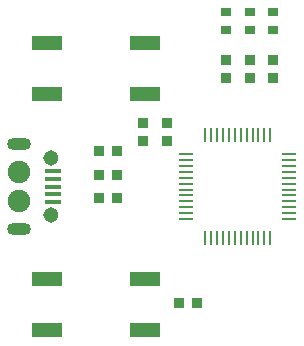
<source format=gtp>
G04 #@! TF.GenerationSoftware,KiCad,Pcbnew,(5.0.0-rc2-dev-222-g3b0a758)*
G04 #@! TF.CreationDate,2018-03-21T23:14:10+01:00*
G04 #@! TF.ProjectId,Geckonator Dev Edition,4765636B6F6E61746F72204465762045,rev?*
G04 #@! TF.SameCoordinates,Original*
G04 #@! TF.FileFunction,Paste,Top*
G04 #@! TF.FilePolarity,Positive*
%FSLAX46Y46*%
G04 Gerber Fmt 4.6, Leading zero omitted, Abs format (unit mm)*
G04 Created by KiCad (PCBNEW (5.0.0-rc2-dev-222-g3b0a758)) date Wednesday, 21 March 2018 at 23:14:10*
%MOMM*%
%LPD*%
G01*
G04 APERTURE LIST*
%ADD10R,0.889000X0.889000*%
%ADD11R,0.889000X0.762000*%
%ADD12R,2.540000X1.270000*%
%ADD13R,0.250000X1.300000*%
%ADD14R,1.300000X0.250000*%
%ADD15R,1.348740X0.398780*%
%ADD16C,1.899920*%
%ADD17O,2.032000X1.016000*%
%ADD18C,1.305560*%
G04 APERTURE END LIST*
D10*
X64000000Y-70162000D03*
X64000000Y-68638000D03*
X62000000Y-68638000D03*
X62000000Y-70162000D03*
X58238000Y-71000000D03*
X59762000Y-71000000D03*
D11*
X73000000Y-59238000D03*
X73000000Y-60762000D03*
X71000000Y-60762000D03*
X71000000Y-59238000D03*
X69000000Y-59238000D03*
X69000000Y-60762000D03*
D12*
X53872500Y-81841000D03*
X53872500Y-86159000D03*
X62127500Y-86159000D03*
X62127500Y-81841000D03*
X62127500Y-61841000D03*
X62127500Y-66159000D03*
X53872500Y-66159000D03*
X53872500Y-61841000D03*
D10*
X73000000Y-64762000D03*
X73000000Y-63238000D03*
X71000000Y-63238000D03*
X71000000Y-64762000D03*
X69000000Y-64762000D03*
X69000000Y-63238000D03*
X65013000Y-83850000D03*
X66537000Y-83850000D03*
X58238000Y-73000000D03*
X59762000Y-73000000D03*
X59762000Y-75000000D03*
X58238000Y-75000000D03*
D13*
X72750000Y-78350000D03*
X72250000Y-78350000D03*
X71750000Y-78350000D03*
X71250000Y-78350000D03*
X70750000Y-78350000D03*
X70250000Y-78350000D03*
X69750000Y-78350000D03*
X69250000Y-78350000D03*
X68750000Y-78350000D03*
X68250000Y-78350000D03*
X67750000Y-78350000D03*
X67250000Y-78350000D03*
D14*
X65650000Y-76750000D03*
X65650000Y-76250000D03*
X65650000Y-75750000D03*
X65650000Y-75250000D03*
X65650000Y-74750000D03*
X65650000Y-74250000D03*
X65650000Y-73750000D03*
X65650000Y-73250000D03*
X65650000Y-72750000D03*
X65650000Y-72250000D03*
X65650000Y-71750000D03*
X65650000Y-71250000D03*
D13*
X67250000Y-69650000D03*
X67750000Y-69650000D03*
X68250000Y-69650000D03*
X68750000Y-69650000D03*
X69250000Y-69650000D03*
X69750000Y-69650000D03*
X70250000Y-69650000D03*
X70750000Y-69650000D03*
X71250000Y-69650000D03*
X71750000Y-69650000D03*
X72250000Y-69650000D03*
X72750000Y-69650000D03*
D14*
X74350000Y-71250000D03*
X74350000Y-71750000D03*
X74350000Y-72250000D03*
X74350000Y-72750000D03*
X74350000Y-73250000D03*
X74350000Y-73750000D03*
X74350000Y-74250000D03*
X74350000Y-74750000D03*
X74350000Y-75250000D03*
X74350000Y-75750000D03*
X74350000Y-76250000D03*
X74350000Y-76750000D03*
D15*
X54372740Y-72702060D03*
X54372740Y-73352300D03*
X54372740Y-74000000D03*
X54372740Y-74647700D03*
X54372740Y-75297940D03*
D16*
X51500000Y-72801120D03*
X51500000Y-75198880D03*
D17*
X51500000Y-70375420D03*
X51500000Y-77624580D03*
D18*
X54227960Y-71576840D03*
X54227960Y-76423160D03*
M02*

</source>
